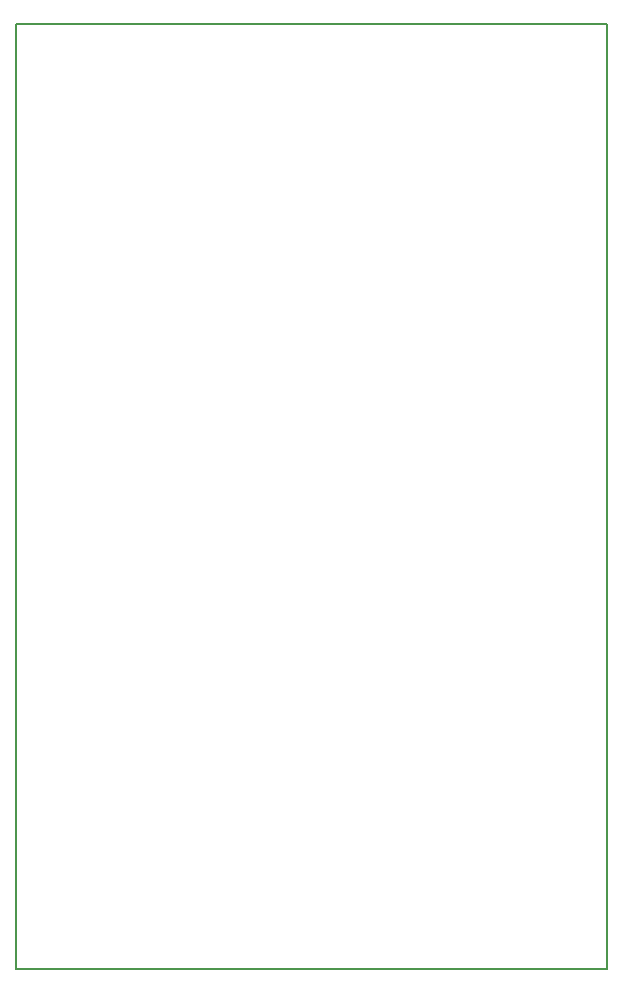
<source format=gm1>
%TF.GenerationSoftware,KiCad,Pcbnew,(6.0.6-0)*%
%TF.CreationDate,2023-01-17T18:34:31+00:00*%
%TF.ProjectId,max2871-evalboard,6d617832-3837-4312-9d65-76616c626f61,1.0*%
%TF.SameCoordinates,Original*%
%TF.FileFunction,Profile,NP*%
%FSLAX46Y46*%
G04 Gerber Fmt 4.6, Leading zero omitted, Abs format (unit mm)*
G04 Created by KiCad (PCBNEW (6.0.6-0)) date 2023-01-17 18:34:31*
%MOMM*%
%LPD*%
G01*
G04 APERTURE LIST*
%TA.AperFunction,Profile*%
%ADD10C,0.200000*%
%TD*%
G04 APERTURE END LIST*
D10*
X50000000Y-50000000D02*
X100000000Y-50000000D01*
X100000000Y-50000000D02*
X100000000Y-130000000D01*
X100000000Y-130000000D02*
X50000000Y-130000000D01*
X50000000Y-130000000D02*
X50000000Y-50000000D01*
M02*

</source>
